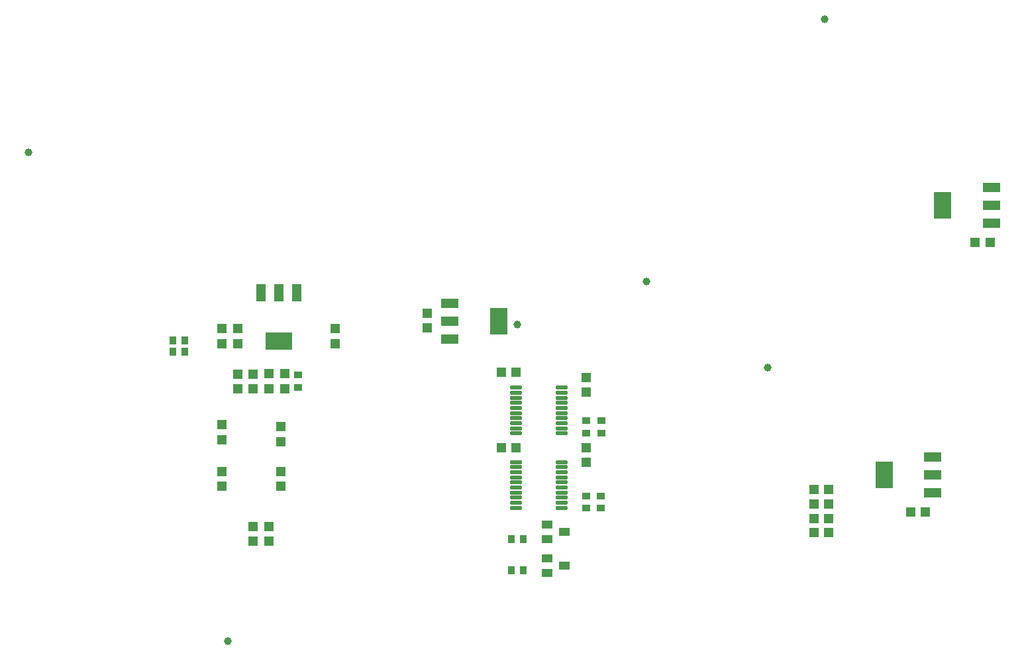
<source format=gbp>
G04*
G04 #@! TF.GenerationSoftware,Altium Limited,Altium Designer,24.5.2 (23)*
G04*
G04 Layer_Color=128*
%FSLAX25Y25*%
%MOIN*%
G70*
G04*
G04 #@! TF.SameCoordinates,87A27F8E-189C-4B0C-BDB5-44B7C51DF011*
G04*
G04*
G04 #@! TF.FilePolarity,Positive*
G04*
G01*
G75*
%ADD16R,0.04016X0.03701*%
%ADD17R,0.03701X0.04016*%
%ADD21R,0.04724X0.05118*%
%ADD24R,0.05118X0.04724*%
%ADD26C,0.03937*%
%ADD123R,0.08661X0.04724*%
%ADD124R,0.08661X0.13780*%
G04:AMPARAMS|DCode=125|XSize=59.06mil|YSize=17.72mil|CornerRadius=1.97mil|HoleSize=0mil|Usage=FLASHONLY|Rotation=180.000|XOffset=0mil|YOffset=0mil|HoleType=Round|Shape=RoundedRectangle|*
%AMROUNDEDRECTD125*
21,1,0.05906,0.01378,0,0,180.0*
21,1,0.05512,0.01772,0,0,180.0*
1,1,0.00394,-0.02756,0.00689*
1,1,0.00394,0.02756,0.00689*
1,1,0.00394,0.02756,-0.00689*
1,1,0.00394,-0.02756,-0.00689*
%
%ADD125ROUNDEDRECTD125*%
%ADD126R,0.05512X0.03937*%
%ADD127R,0.04724X0.08661*%
%ADD128R,0.13780X0.08661*%
D16*
X151575Y149764D02*
D03*
Y143543D02*
D03*
X304038Y126787D02*
D03*
Y120567D02*
D03*
X296578Y126787D02*
D03*
Y120567D02*
D03*
X303829Y89018D02*
D03*
Y82798D02*
D03*
X296578Y89018D02*
D03*
Y82798D02*
D03*
D17*
X88425Y167323D02*
D03*
X94646D02*
D03*
X88425Y161417D02*
D03*
X94646D02*
D03*
X258701Y67167D02*
D03*
X264921D02*
D03*
X258701Y51444D02*
D03*
X264921D02*
D03*
D21*
X492323Y216535D02*
D03*
X499803D02*
D03*
X467321Y80760D02*
D03*
X459841D02*
D03*
X418563Y70644D02*
D03*
X411083D02*
D03*
X418563Y77618D02*
D03*
X411083D02*
D03*
X418563Y84941D02*
D03*
X411083D02*
D03*
X418563Y92100D02*
D03*
X411083D02*
D03*
X261280Y151277D02*
D03*
X253799D02*
D03*
X261280Y113189D02*
D03*
X253799D02*
D03*
D24*
X142717Y123819D02*
D03*
Y116339D02*
D03*
X113189Y124803D02*
D03*
Y117323D02*
D03*
X136811Y142913D02*
D03*
Y150394D02*
D03*
X144685D02*
D03*
Y142913D02*
D03*
X113189Y93701D02*
D03*
Y101181D02*
D03*
X121063Y150295D02*
D03*
Y142815D02*
D03*
X128937Y150295D02*
D03*
Y142815D02*
D03*
X142717Y93701D02*
D03*
Y101181D02*
D03*
X136811Y66043D02*
D03*
Y73524D02*
D03*
X128937Y66043D02*
D03*
Y73524D02*
D03*
X216535Y180905D02*
D03*
Y173425D02*
D03*
X296578Y141124D02*
D03*
Y148604D02*
D03*
Y105834D02*
D03*
Y113315D02*
D03*
X113189Y173031D02*
D03*
Y165551D02*
D03*
X121063Y173031D02*
D03*
Y165551D02*
D03*
X170276Y173031D02*
D03*
Y165551D02*
D03*
D26*
X416339Y328740D02*
D03*
X116142Y15748D02*
D03*
X15748Y261811D02*
D03*
X387795Y153543D02*
D03*
X326772Y196850D02*
D03*
X261811Y175197D02*
D03*
D123*
X500394Y244291D02*
D03*
Y235236D02*
D03*
Y226181D02*
D03*
X470866Y90354D02*
D03*
Y99410D02*
D03*
Y108465D02*
D03*
X227953Y185827D02*
D03*
Y176772D02*
D03*
Y167717D02*
D03*
D124*
X475984Y235236D02*
D03*
X446457Y99410D02*
D03*
X252362Y176772D02*
D03*
D125*
X261221Y143405D02*
D03*
Y140847D02*
D03*
Y138287D02*
D03*
Y135728D02*
D03*
Y133169D02*
D03*
Y130610D02*
D03*
Y128051D02*
D03*
Y125492D02*
D03*
Y122933D02*
D03*
Y120374D02*
D03*
X284055D02*
D03*
Y122933D02*
D03*
Y125492D02*
D03*
Y128051D02*
D03*
Y130610D02*
D03*
Y133169D02*
D03*
Y135728D02*
D03*
Y138287D02*
D03*
Y140847D02*
D03*
Y143405D02*
D03*
X261221Y106004D02*
D03*
Y103445D02*
D03*
Y100886D02*
D03*
Y98327D02*
D03*
Y95768D02*
D03*
Y93209D02*
D03*
Y90650D02*
D03*
Y88091D02*
D03*
Y85532D02*
D03*
Y82973D02*
D03*
X284055D02*
D03*
Y85532D02*
D03*
Y88091D02*
D03*
Y90650D02*
D03*
Y93209D02*
D03*
Y95768D02*
D03*
Y98327D02*
D03*
Y100886D02*
D03*
Y103445D02*
D03*
Y106004D02*
D03*
D126*
X276772Y50046D02*
D03*
Y57526D02*
D03*
X285433Y53786D02*
D03*
X276772Y67126D02*
D03*
Y74606D02*
D03*
X285433Y70866D02*
D03*
D127*
X132677Y191339D02*
D03*
X141732D02*
D03*
X150787D02*
D03*
D128*
X141732Y166929D02*
D03*
M02*

</source>
